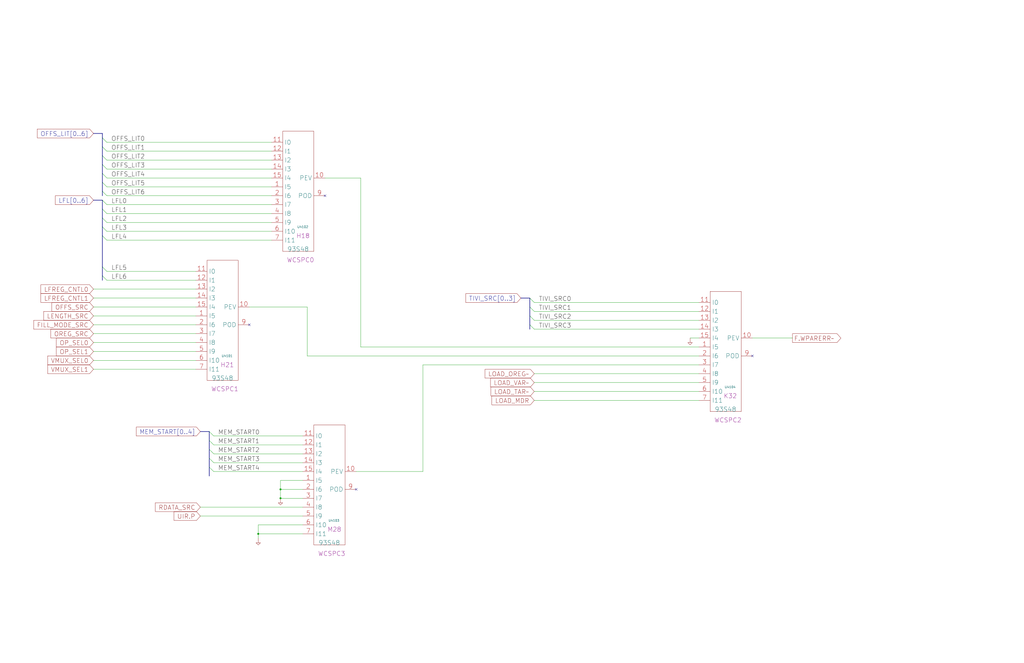
<source format=kicad_sch>
(kicad_sch (version 20250114) (generator "eeschema") (generator_version "9.0")
  (paper "User" 584.2 378.46)
  (title_block (title "WCS PARITY CHECKER") (date "20-MAR-90") (rev "1.0") (comment 1 "FIU") (comment 2 "232-003065") (comment 3 "S400") (comment 4 "RELEASED"))
  (lib_symbols
    (symbol "r1000:93S48" (pin_names (offset 1.016))
      (property "Reference" "U" (at 2.54 5.08 0))
      (property "Value" "93S48" (at -6.35 -7.62 0))
      (property "Location" "___" (at -1.27 0 0))
      (property "Name" "______" (at 1.27 -15.24 0))
      (symbol "93S48_1_1"
        (rectangle (start -8.89 59.69) (end 8.89 -8.89))
        (pin input line (at -15.24 53.34 0) (length 6.35) (name "I0") (number "11"))
        (pin input line (at -15.24 48.26 0) (length 6.35) (name "I1") (number "12"))
        (pin input line (at -15.24 43.18 0) (length 6.35) (name "I2") (number "13"))
        (pin input line (at -15.24 38.1 0) (length 6.35) (name "I3") (number "14"))
        (pin input line (at -15.24 33.02 0) (length 6.35) (name "I4") (number "15"))
        (pin input line (at -15.24 27.94 0) (length 6.35) (name "I5") (number "1"))
        (pin input line (at -15.24 22.86 0) (length 6.35) (name "I6") (number "2"))
        (pin input line (at -15.24 17.78 0) (length 6.35) (name "I7") (number "3"))
        (pin input line (at -15.24 12.7 0) (length 6.35) (name "I8") (number "4"))
        (pin input line (at -15.24 7.62 0) (length 6.35) (name "I9") (number "5"))
        (pin input line (at -15.24 2.54 0) (length 6.35) (name "I10") (number "6"))
        (pin input line (at -15.24 -2.54 0) (length 6.35) (name "I11") (number "7"))
        (pin output line (at 15.24 33.02 180) (length 6.35) (name "PEV") (number "10"))
        (pin output line (at 15.24 22.86 180) (length 6.35) (name "POD") (number "9"))
      )
    )
    (symbol "r1000:PD" (power) (pin_numbers (hide yes)) (pin_names (hide yes)) (in_bom no)
      (symbol "PD_0_1"
        (polyline (pts (xy 0 -2.54) (xy 1.27 -2.54) (xy 0 -3.81) (xy -1.27 -2.54) (xy 0 -2.54)) (stroke (width 0.1524)))
      )
      (symbol "PD_1_1"
        (pin power_in line (at 0 0 270) (length 2.54) (name "PD") (number "1"))
      )
    )
  )
  (junction (at 147.32 304.8))
  (junction (at 160.02 279.4))
  (junction (at 160.02 284.48))
  (no_connect (at 429.26 203.2))
  (no_connect (at 142.24 185.42))
  (no_connect (at 203.2 279.4))
  (no_connect (at 185.42 111.76))
  (bus_entry (at 302.26 170.18) (size 2.54 2.54))
  (bus_entry (at 302.26 185.42) (size 2.54 2.54))
  (bus_entry (at 58.42 109.22) (size 2.54 2.54))
  (bus_entry (at 58.42 134.62) (size 2.54 2.54))
  (bus_entry (at 58.42 78.74) (size 2.54 2.54))
  (bus_entry (at 58.42 104.14) (size 2.54 2.54))
  (bus_entry (at 58.42 93.98) (size 2.54 2.54))
  (bus_entry (at 119.38 261.62) (size 2.54 2.54))
  (bus_entry (at 119.38 266.7) (size 2.54 2.54))
  (bus_entry (at 58.42 99.06) (size 2.54 2.54))
  (bus_entry (at 58.42 114.3) (size 2.54 2.54))
  (bus_entry (at 58.42 152.4) (size 2.54 2.54))
  (bus_entry (at 119.38 251.46) (size 2.54 2.54))
  (bus_entry (at 119.38 256.54) (size 2.54 2.54))
  (bus_entry (at 58.42 124.46) (size 2.54 2.54))
  (bus_entry (at 58.42 83.82) (size 2.54 2.54))
  (bus_entry (at 302.26 175.26) (size 2.54 2.54))
  (bus_entry (at 58.42 88.9) (size 2.54 2.54))
  (bus_entry (at 58.42 119.38) (size 2.54 2.54))
  (bus_entry (at 302.26 180.34) (size 2.54 2.54))
  (bus_entry (at 58.42 157.48) (size 2.54 2.54))
  (bus_entry (at 58.42 129.54) (size 2.54 2.54))
  (bus_entry (at 119.38 246.38) (size 2.54 2.54))
  (bus (pts (xy 58.42 134.62) (xy 58.42 152.4)))
  (wire (pts (xy 429.26 193.04) (xy 452.12 193.04)))
  (wire (pts (xy 60.96 121.92) (xy 154.94 121.92)))
  (wire (pts (xy 160.02 274.32) (xy 160.02 279.4)))
  (bus (pts (xy 302.26 180.34) (xy 302.26 185.42)))
  (wire (pts (xy 121.92 269.24) (xy 172.72 269.24)))
  (wire (pts (xy 53.34 190.5) (xy 111.76 190.5)))
  (wire (pts (xy 304.8 182.88) (xy 398.78 182.88)))
  (bus (pts (xy 58.42 114.3) (xy 58.42 119.38)))
  (wire (pts (xy 53.34 185.42) (xy 111.76 185.42)))
  (wire (pts (xy 393.7 193.04) (xy 398.78 193.04)))
  (wire (pts (xy 304.8 228.6) (xy 398.78 228.6)))
  (bus (pts (xy 58.42 76.2) (xy 58.42 78.74)))
  (bus (pts (xy 58.42 99.06) (xy 58.42 104.14)))
  (wire (pts (xy 398.78 208.28) (xy 241.3 208.28)))
  (wire (pts (xy 60.96 81.28) (xy 154.94 81.28)))
  (wire (pts (xy 53.34 200.66) (xy 111.76 200.66)))
  (bus (pts (xy 58.42 157.48) (xy 58.42 160.02)))
  (wire (pts (xy 53.34 210.82) (xy 111.76 210.82)))
  (wire (pts (xy 241.3 269.24) (xy 203.2 269.24)))
  (bus (pts (xy 58.42 129.54) (xy 58.42 134.62)))
  (wire (pts (xy 304.8 223.52) (xy 398.78 223.52)))
  (bus (pts (xy 119.38 261.62) (xy 119.38 266.7)))
  (wire (pts (xy 60.96 111.76) (xy 154.94 111.76)))
  (wire (pts (xy 160.02 279.4) (xy 172.72 279.4)))
  (wire (pts (xy 60.96 91.44) (xy 154.94 91.44)))
  (wire (pts (xy 60.96 127) (xy 154.94 127)))
  (wire (pts (xy 304.8 177.8) (xy 398.78 177.8)))
  (wire (pts (xy 304.8 187.96) (xy 398.78 187.96)))
  (wire (pts (xy 175.26 203.2) (xy 175.26 175.26)))
  (wire (pts (xy 172.72 274.32) (xy 160.02 274.32)))
  (wire (pts (xy 147.32 299.72) (xy 147.32 304.8)))
  (wire (pts (xy 60.96 106.68) (xy 154.94 106.68)))
  (bus (pts (xy 58.42 78.74) (xy 58.42 83.82)))
  (bus (pts (xy 302.26 185.42) (xy 302.26 187.96)))
  (wire (pts (xy 60.96 137.16) (xy 154.94 137.16)))
  (bus (pts (xy 297.18 170.18) (xy 302.26 170.18)))
  (wire (pts (xy 60.96 101.6) (xy 154.94 101.6)))
  (wire (pts (xy 304.8 213.36) (xy 398.78 213.36)))
  (wire (pts (xy 205.74 101.6) (xy 185.42 101.6)))
  (wire (pts (xy 398.78 198.12) (xy 205.74 198.12)))
  (wire (pts (xy 53.34 165.1) (xy 111.76 165.1)))
  (bus (pts (xy 58.42 152.4) (xy 58.42 157.48)))
  (wire (pts (xy 398.78 203.2) (xy 175.26 203.2)))
  (bus (pts (xy 302.26 170.18) (xy 302.26 175.26)))
  (wire (pts (xy 121.92 254) (xy 172.72 254)))
  (wire (pts (xy 160.02 279.4) (xy 160.02 284.48)))
  (bus (pts (xy 58.42 119.38) (xy 58.42 124.46)))
  (bus (pts (xy 302.26 175.26) (xy 302.26 180.34)))
  (wire (pts (xy 241.3 208.28) (xy 241.3 269.24)))
  (wire (pts (xy 53.34 195.58) (xy 111.76 195.58)))
  (bus (pts (xy 58.42 109.22) (xy 58.42 111.76)))
  (wire (pts (xy 60.96 96.52) (xy 154.94 96.52)))
  (bus (pts (xy 119.38 246.38) (xy 119.38 251.46)))
  (bus (pts (xy 119.38 256.54) (xy 119.38 261.62)))
  (wire (pts (xy 53.34 175.26) (xy 111.76 175.26)))
  (wire (pts (xy 114.3 289.56) (xy 172.72 289.56)))
  (bus (pts (xy 119.38 266.7) (xy 119.38 271.78)))
  (bus (pts (xy 58.42 93.98) (xy 58.42 99.06)))
  (wire (pts (xy 121.92 248.92) (xy 172.72 248.92)))
  (wire (pts (xy 175.26 175.26) (xy 142.24 175.26)))
  (bus (pts (xy 119.38 251.46) (xy 119.38 256.54)))
  (wire (pts (xy 304.8 172.72) (xy 398.78 172.72)))
  (wire (pts (xy 160.02 284.48) (xy 172.72 284.48)))
  (wire (pts (xy 60.96 154.94) (xy 111.76 154.94)))
  (bus (pts (xy 58.42 104.14) (xy 58.42 109.22)))
  (wire (pts (xy 121.92 259.08) (xy 172.72 259.08)))
  (wire (pts (xy 53.34 205.74) (xy 111.76 205.74)))
  (wire (pts (xy 121.92 264.16) (xy 172.72 264.16)))
  (wire (pts (xy 114.3 294.64) (xy 172.72 294.64)))
  (bus (pts (xy 53.34 76.2) (xy 58.42 76.2)))
  (bus (pts (xy 58.42 88.9) (xy 58.42 93.98)))
  (wire (pts (xy 60.96 160.02) (xy 111.76 160.02)))
  (bus (pts (xy 58.42 83.82) (xy 58.42 88.9)))
  (bus (pts (xy 53.34 114.3) (xy 58.42 114.3)))
  (wire (pts (xy 172.72 299.72) (xy 147.32 299.72)))
  (wire (pts (xy 53.34 180.34) (xy 111.76 180.34)))
  (wire (pts (xy 147.32 304.8) (xy 172.72 304.8)))
  (wire (pts (xy 53.34 170.18) (xy 111.76 170.18)))
  (bus (pts (xy 58.42 124.46) (xy 58.42 129.54)))
  (wire (pts (xy 60.96 116.84) (xy 154.94 116.84)))
  (wire (pts (xy 60.96 132.08) (xy 154.94 132.08)))
  (wire (pts (xy 60.96 86.36) (xy 154.94 86.36)))
  (wire (pts (xy 304.8 218.44) (xy 398.78 218.44)))
  (bus (pts (xy 114.3 246.38) (xy 119.38 246.38)))
  (wire (pts (xy 147.32 304.8) (xy 147.32 307.34)))
  (wire (pts (xy 205.74 198.12) (xy 205.74 101.6)))
  (label "MEM_START3" (at 124.46 264.16 0) (effects (font (size 2.54 2.54))))
  (label "TIVI_SRC0" (at 307.34 172.72 0) (effects (font (size 2.54 2.54))))
  (label "OFFS_LIT5" (at 63.5 106.68 0) (effects (font (size 2.54 2.54))))
  (label "LFL2" (at 63.5 127 0) (effects (font (size 2.54 2.54))))
  (label "OFFS_LIT0" (at 63.5 81.28 0) (effects (font (size 2.54 2.54))))
  (label "LFL4" (at 63.5 137.16 0) (effects (font (size 2.54 2.54))))
  (label "MEM_START1" (at 124.46 254 0) (effects (font (size 2.54 2.54))))
  (label "LFL6" (at 63.5 160.02 0) (effects (font (size 2.54 2.54))))
  (label "TIVI_SRC3" (at 307.34 187.96 0) (effects (font (size 2.54 2.54))))
  (label "LFL5" (at 63.5 154.94 0) (effects (font (size 2.54 2.54))))
  (label "OFFS_LIT6" (at 63.5 111.76 0) (effects (font (size 2.54 2.54))))
  (label "TIVI_SRC1" (at 307.34 177.8 0) (effects (font (size 2.54 2.54))))
  (label "TIVI_SRC2" (at 307.34 182.88 0) (effects (font (size 2.54 2.54))))
  (label "LFL1" (at 63.5 121.92 0) (effects (font (size 2.54 2.54))))
  (label "LFL3" (at 63.5 132.08 0) (effects (font (size 2.54 2.54))))
  (label "MEM_START2" (at 124.46 259.08 0) (effects (font (size 2.54 2.54))))
  (label "OFFS_LIT4" (at 63.5 101.6 0) (effects (font (size 2.54 2.54))))
  (label "OFFS_LIT1" (at 63.5 86.36 0) (effects (font (size 2.54 2.54))))
  (label "LFL0" (at 63.5 116.84 0) (effects (font (size 2.54 2.54))))
  (label "MEM_START0" (at 124.46 248.92 0) (effects (font (size 2.54 2.54))))
  (label "MEM_START4" (at 124.46 269.24 0) (effects (font (size 2.54 2.54))))
  (label "OFFS_LIT3" (at 63.5 96.52 0) (effects (font (size 2.54 2.54))))
  (label "OFFS_LIT2" (at 63.5 91.44 0) (effects (font (size 2.54 2.54))))
  (global_label "VMUX_SEL0" (shape input) (at 53.34 205.74 180) (effects (font (size 2.54 2.54))) (property "Intersheetrefs" "${INTERSHEET_REFS}" (at 27.2264 205.5813 0) (effects (font (size 1.905 1.905)) (justify right))))
  (global_label "LFREG_CNTL1" (shape input) (at 53.34 170.18 180) (effects (font (size 2.54 2.54))) (property "Intersheetrefs" "${INTERSHEET_REFS}" (at 23.3559 170.0213 0) (effects (font (size 1.905 1.905)) (justify right))))
  (global_label "LENGTH_SRC" (shape input) (at 53.34 180.34 180) (effects (font (size 2.54 2.54))) (property "Intersheetrefs" "${INTERSHEET_REFS}" (at 24.9283 180.1813 0) (effects (font (size 1.905 1.905)) (justify right))))
  (global_label "F.WPARERR~" (shape output) (at 452.12 193.04 0) (effects (font (size 2.54 2.54))) (property "Intersheetrefs" "${INTERSHEET_REFS}" (at 479.685 192.8813 0) (effects (font (size 1.905 1.905)) (justify left))))
  (global_label "UIR.P" (shape input) (at 114.3 294.64 180) (effects (font (size 2.54 2.54))) (property "Intersheetrefs" "${INTERSHEET_REFS}" (at 99.314 294.4813 0) (effects (font (size 1.905 1.905)) (justify right))))
  (global_label "LOAD_VAR~" (shape input) (at 304.8 218.44 180) (effects (font (size 2.54 2.54))) (property "Intersheetrefs" "${INTERSHEET_REFS}" (at 279.8959 218.2813 0) (effects (font (size 1.905 1.905)) (justify right))))
  (global_label "OFFS_SRC" (shape input) (at 53.34 175.26 180) (effects (font (size 2.54 2.54))) (property "Intersheetrefs" "${INTERSHEET_REFS}" (at 29.6454 175.1013 0) (effects (font (size 1.905 1.905)) (justify right))))
  (global_label "TIVI_SRC[0..3]" (shape input) (at 297.18 170.18 180) (effects (font (size 2.54 2.54))) (property "Intersheetrefs" "${INTERSHEET_REFS}" (at 265.7445 170.0213 0) (effects (font (size 1.905 1.905)) (justify right))))
  (global_label "LOAD_OREG~" (shape input) (at 304.8 213.36 180) (effects (font (size 2.54 2.54))) (property "Intersheetrefs" "${INTERSHEET_REFS}" (at 276.7511 213.2013 0) (effects (font (size 1.905 1.905)) (justify right))))
  (global_label "MEM_START[0..4]" (shape input) (at 114.3 246.38 180) (effects (font (size 2.54 2.54))) (property "Intersheetrefs" "${INTERSHEET_REFS}" (at 77.7845 246.2213 0) (effects (font (size 1.905 1.905)) (justify right))))
  (global_label "RDATA_SRC" (shape input) (at 114.3 289.56 180) (effects (font (size 2.54 2.54))) (property "Intersheetrefs" "${INTERSHEET_REFS}" (at 88.6702 289.4013 0) (effects (font (size 1.905 1.905)) (justify right))))
  (global_label "LFL[0..6]" (shape input) (at 53.34 114.3 180) (effects (font (size 2.54 2.54))) (property "Intersheetrefs" "${INTERSHEET_REFS}" (at 31.5807 114.1413 0) (effects (font (size 1.905 1.905)) (justify right))))
  (global_label "VMUX_SEL1" (shape input) (at 53.34 210.82 180) (effects (font (size 2.54 2.54))) (property "Intersheetrefs" "${INTERSHEET_REFS}" (at 27.2264 210.6613 0) (effects (font (size 1.905 1.905)) (justify right))))
  (global_label "LOAD_MDR" (shape input) (at 304.8 228.6 180) (effects (font (size 2.54 2.54))) (property "Intersheetrefs" "${INTERSHEET_REFS}" (at 280.6216 228.4413 0) (effects (font (size 1.905 1.905)) (justify right))))
  (global_label "OP_SEL1" (shape input) (at 53.34 200.66 180) (effects (font (size 2.54 2.54))) (property "Intersheetrefs" "${INTERSHEET_REFS}" (at 32.1854 200.5013 0) (effects (font (size 1.905 1.905)) (justify right))))
  (global_label "OREG_SRC" (shape input) (at 53.34 190.5 180) (effects (font (size 2.54 2.54))) (property "Intersheetrefs" "${INTERSHEET_REFS}" (at 29.0407 190.3413 0) (effects (font (size 1.905 1.905)) (justify right))))
  (global_label "LFREG_CNTL0" (shape input) (at 53.34 165.1 180) (effects (font (size 2.54 2.54))) (property "Intersheetrefs" "${INTERSHEET_REFS}" (at 23.3559 164.9413 0) (effects (font (size 1.905 1.905)) (justify right))))
  (global_label "FILL_MODE_SRC" (shape input) (at 53.34 185.42 180) (effects (font (size 2.54 2.54))) (property "Intersheetrefs" "${INTERSHEET_REFS}" (at 19.2435 185.2613 0) (effects (font (size 1.905 1.905)) (justify right))))
  (global_label "LOAD_TAR~" (shape input) (at 304.8 223.52 180) (effects (font (size 2.54 2.54))) (property "Intersheetrefs" "${INTERSHEET_REFS}" (at 280.1378 223.3613 0) (effects (font (size 1.905 1.905)) (justify right))))
  (global_label "OFFS_LIT[0..6]" (shape input) (at 53.34 76.2 180) (effects (font (size 2.54 2.54))) (property "Intersheetrefs" "${INTERSHEET_REFS}" (at 21.2997 76.0413 0) (effects (font (size 1.905 1.905)) (justify right))))
  (global_label "OP_SEL0" (shape input) (at 53.34 195.58 180) (effects (font (size 2.54 2.54))) (property "Intersheetrefs" "${INTERSHEET_REFS}" (at 32.1854 195.4213 0) (effects (font (size 1.905 1.905)) (justify right))))
  (symbol (lib_id "r1000:PD") (at 393.7 193.04 0) (unit 1) (in_bom no)
    (property "Reference" "#PWR04103" (effects (hide yes)))
    (property "Value" "PD" (effects (hide yes)))
  )
  (symbol (lib_id "r1000:PD") (at 160.02 284.48 0) (unit 1) (in_bom no)
    (property "Reference" "#PWR04102" (effects (hide yes)))
    (property "Value" "PD" (effects (hide yes)))
  )
  (symbol (lib_id "r1000:93S48") (at 414.02 226.06 0) (unit 1)
    (property "Reference" "U4104" (at 416.56 220.98 0))
    (property "Value" "93S48" (at 407.67 233.68 0) (effects (font (size 2.54 2.54)) (justify left)))
    (property "Location" "K32" (at 412.75 226.06 0) (effects (font (size 2.54 2.54)) (justify left)))
    (property "Name" "WCSPC2" (at 415.29 241.3 0) (effects (font (size 2.54 2.54)) (justify bottom)))
  )
  (symbol (lib_id "r1000:93S48") (at 187.96 302.26 0) (unit 1)
    (property "Reference" "U4103" (at 190.5 297.18 0))
    (property "Value" "93S48" (at 181.61 309.88 0) (effects (font (size 2.54 2.54)) (justify left)))
    (property "Location" "M28" (at 186.69 302.26 0) (effects (font (size 2.54 2.54)) (justify left)))
    (property "Name" "WCSPC3" (at 189.23 317.5 0) (effects (font (size 2.54 2.54)) (justify bottom)))
  )
  (symbol (lib_id "r1000:93S48") (at 127 208.28 0) (unit 1)
    (property "Reference" "U4101" (at 129.54 203.2 0))
    (property "Value" "93S48" (at 120.65 215.9 0) (effects (font (size 2.54 2.54)) (justify left)))
    (property "Location" "H21" (at 125.73 208.28 0) (effects (font (size 2.54 2.54)) (justify left)))
    (property "Name" "WCSPC1" (at 128.27 223.52 0) (effects (font (size 2.54 2.54)) (justify bottom)))
  )
  (symbol (lib_id "r1000:PD") (at 147.32 307.34 0) (unit 1) (in_bom no)
    (property "Reference" "#PWR04101" (effects (hide yes)))
    (property "Value" "PD" (effects (hide yes)))
  )
  (symbol (lib_id "r1000:93S48") (at 170.18 134.62 0) (unit 1)
    (property "Reference" "U4102" (at 172.72 129.54 0))
    (property "Value" "93S48" (at 163.83 142.24 0) (effects (font (size 2.54 2.54)) (justify left)))
    (property "Location" "H18" (at 168.91 134.62 0) (effects (font (size 2.54 2.54)) (justify left)))
    (property "Name" "WCSPC0" (at 171.45 149.86 0) (effects (font (size 2.54 2.54)) (justify bottom)))
  )
)
</source>
